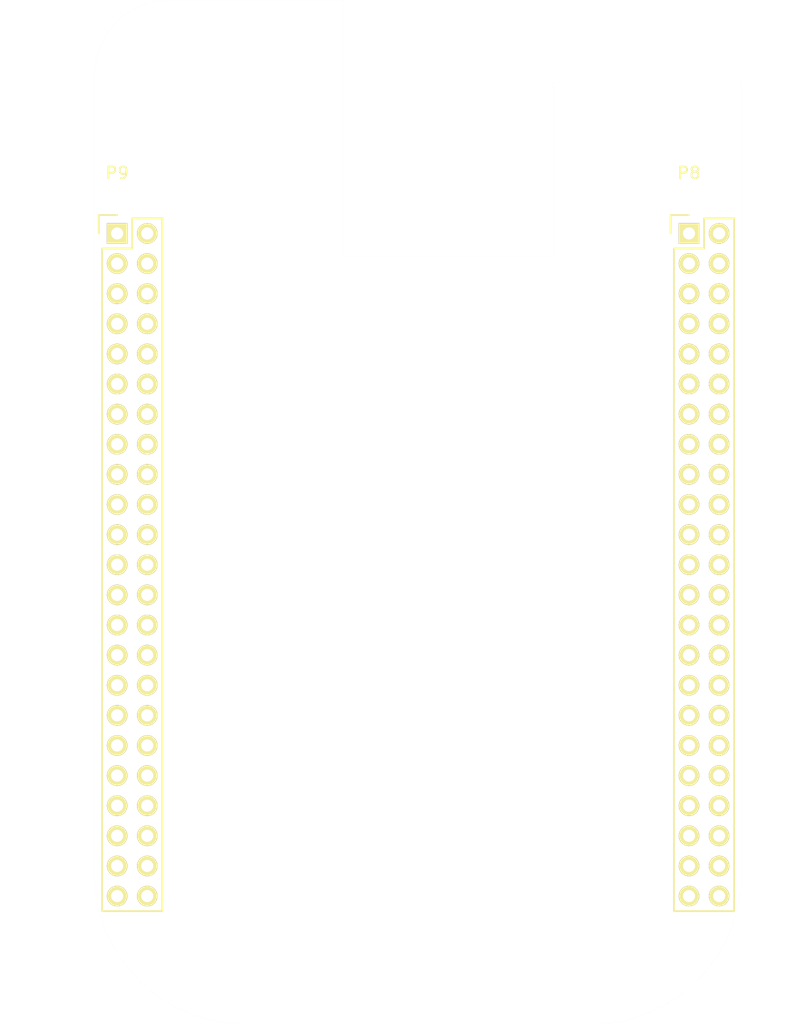
<source format=kicad_pcb>
(kicad_pcb (version 20171130) (host pcbnew "(5.1.6)-1")

  (general
    (thickness 1.6)
    (drawings 11)
    (tracks 0)
    (zones 0)
    (modules 2)
    (nets 83)
  )

  (page A4)
  (layers
    (0 F.Cu signal)
    (31 B.Cu signal)
    (32 B.Adhes user)
    (33 F.Adhes user)
    (34 B.Paste user)
    (35 F.Paste user)
    (36 B.SilkS user)
    (37 F.SilkS user)
    (38 B.Mask user)
    (39 F.Mask user)
    (40 Dwgs.User user)
    (41 Cmts.User user)
    (42 Eco1.User user)
    (43 Eco2.User user)
    (44 Edge.Cuts user)
    (45 Margin user)
    (46 B.CrtYd user)
    (47 F.CrtYd user)
    (48 B.Fab user)
    (49 F.Fab user)
  )

  (setup
    (last_trace_width 0.25)
    (trace_clearance 0.2)
    (zone_clearance 0.508)
    (zone_45_only no)
    (trace_min 0.2)
    (via_size 0.6)
    (via_drill 0.4)
    (via_min_size 0.4)
    (via_min_drill 0.3)
    (uvia_size 0.3)
    (uvia_drill 0.1)
    (uvias_allowed no)
    (uvia_min_size 0.2)
    (uvia_min_drill 0.1)
    (edge_width 0.00254)
    (segment_width 0.2)
    (pcb_text_width 0.3)
    (pcb_text_size 1.5 1.5)
    (mod_edge_width 0.15)
    (mod_text_size 1 1)
    (mod_text_width 0.15)
    (pad_size 1.7272 1.7272)
    (pad_drill 1.016)
    (pad_to_mask_clearance 0)
    (aux_axis_origin 0 0)
    (grid_origin 116.3701 62.3824)
    (visible_elements 7FFFFFFF)
    (pcbplotparams
      (layerselection 0x01030_80000001)
      (usegerberextensions false)
      (usegerberattributes true)
      (usegerberadvancedattributes true)
      (creategerberjobfile true)
      (excludeedgelayer true)
      (linewidth 0.100000)
      (plotframeref false)
      (viasonmask false)
      (mode 1)
      (useauxorigin false)
      (hpglpennumber 1)
      (hpglpenspeed 20)
      (hpglpendiameter 15.000000)
      (psnegative false)
      (psa4output false)
      (plotreference true)
      (plotvalue true)
      (plotinvisibletext false)
      (padsonsilk false)
      (subtractmaskfromsilk false)
      (outputformat 4)
      (mirror false)
      (drillshape 0)
      (scaleselection 1)
      (outputdirectory ""))
  )

  (net 0 "")
  (net 1 "Net-(P8-Pad3)")
  (net 2 "Net-(P8-Pad4)")
  (net 3 "Net-(P8-Pad5)")
  (net 4 "Net-(P8-Pad6)")
  (net 5 "Net-(P8-Pad7)")
  (net 6 "Net-(P8-Pad8)")
  (net 7 "Net-(P8-Pad9)")
  (net 8 "Net-(P8-Pad10)")
  (net 9 "Net-(P8-Pad11)")
  (net 10 "Net-(P8-Pad12)")
  (net 11 "Net-(P8-Pad13)")
  (net 12 "Net-(P8-Pad14)")
  (net 13 "Net-(P8-Pad15)")
  (net 14 "Net-(P8-Pad16)")
  (net 15 "Net-(P8-Pad17)")
  (net 16 "Net-(P8-Pad18)")
  (net 17 "Net-(P8-Pad19)")
  (net 18 "Net-(P8-Pad20)")
  (net 19 "Net-(P8-Pad21)")
  (net 20 "Net-(P8-Pad22)")
  (net 21 "Net-(P8-Pad23)")
  (net 22 "Net-(P8-Pad24)")
  (net 23 "Net-(P8-Pad25)")
  (net 24 "Net-(P8-Pad26)")
  (net 25 "Net-(P8-Pad27)")
  (net 26 "Net-(P8-Pad28)")
  (net 27 "Net-(P8-Pad29)")
  (net 28 "Net-(P8-Pad30)")
  (net 29 "Net-(P8-Pad31)")
  (net 30 "Net-(P8-Pad32)")
  (net 31 "Net-(P8-Pad33)")
  (net 32 "Net-(P8-Pad34)")
  (net 33 "Net-(P8-Pad35)")
  (net 34 "Net-(P8-Pad36)")
  (net 35 "Net-(P8-Pad37)")
  (net 36 "Net-(P8-Pad38)")
  (net 37 "Net-(P8-Pad39)")
  (net 38 "Net-(P8-Pad40)")
  (net 39 "Net-(P8-Pad41)")
  (net 40 "Net-(P8-Pad42)")
  (net 41 "Net-(P8-Pad43)")
  (net 42 "Net-(P8-Pad44)")
  (net 43 "Net-(P8-Pad45)")
  (net 44 "Net-(P8-Pad46)")
  (net 45 "Net-(P9-Pad11)")
  (net 46 "Net-(P9-Pad12)")
  (net 47 "Net-(P9-Pad13)")
  (net 48 "Net-(P9-Pad14)")
  (net 49 "Net-(P9-Pad15)")
  (net 50 "Net-(P9-Pad16)")
  (net 51 "Net-(P9-Pad17)")
  (net 52 "Net-(P9-Pad18)")
  (net 53 "Net-(P9-Pad19)")
  (net 54 "Net-(P9-Pad20)")
  (net 55 "Net-(P9-Pad21)")
  (net 56 "Net-(P9-Pad22)")
  (net 57 "Net-(P9-Pad23)")
  (net 58 "Net-(P9-Pad24)")
  (net 59 "Net-(P9-Pad25)")
  (net 60 "Net-(P9-Pad26)")
  (net 61 "Net-(P9-Pad27)")
  (net 62 "Net-(P9-Pad28)")
  (net 63 "Net-(P9-Pad29)")
  (net 64 "Net-(P9-Pad30)")
  (net 65 "Net-(P9-Pad31)")
  (net 66 "Net-(P9-Pad33)")
  (net 67 "Net-(P9-Pad35)")
  (net 68 "Net-(P9-Pad36)")
  (net 69 "Net-(P9-Pad37)")
  (net 70 "Net-(P9-Pad38)")
  (net 71 "Net-(P9-Pad39)")
  (net 72 "Net-(P9-Pad40)")
  (net 73 "Net-(P9-Pad41)")
  (net 74 "Net-(P9-Pad42)")
  (net 75 GNDD)
  (net 76 +3V3)
  (net 77 +5V)
  (net 78 SYS_5V)
  (net 79 PWR_BUT)
  (net 80 SYS_RESETN)
  (net 81 VDD_ADC)
  (net 82 GNDA_ADC)

  (net_class Default "To jest domyślna klasa połączeń."
    (clearance 0.2)
    (trace_width 0.25)
    (via_dia 0.6)
    (via_drill 0.4)
    (uvia_dia 0.3)
    (uvia_drill 0.1)
    (add_net +3V3)
    (add_net +5V)
    (add_net GNDA_ADC)
    (add_net GNDD)
    (add_net "Net-(P8-Pad10)")
    (add_net "Net-(P8-Pad11)")
    (add_net "Net-(P8-Pad12)")
    (add_net "Net-(P8-Pad13)")
    (add_net "Net-(P8-Pad14)")
    (add_net "Net-(P8-Pad15)")
    (add_net "Net-(P8-Pad16)")
    (add_net "Net-(P8-Pad17)")
    (add_net "Net-(P8-Pad18)")
    (add_net "Net-(P8-Pad19)")
    (add_net "Net-(P8-Pad20)")
    (add_net "Net-(P8-Pad21)")
    (add_net "Net-(P8-Pad22)")
    (add_net "Net-(P8-Pad23)")
    (add_net "Net-(P8-Pad24)")
    (add_net "Net-(P8-Pad25)")
    (add_net "Net-(P8-Pad26)")
    (add_net "Net-(P8-Pad27)")
    (add_net "Net-(P8-Pad28)")
    (add_net "Net-(P8-Pad29)")
    (add_net "Net-(P8-Pad3)")
    (add_net "Net-(P8-Pad30)")
    (add_net "Net-(P8-Pad31)")
    (add_net "Net-(P8-Pad32)")
    (add_net "Net-(P8-Pad33)")
    (add_net "Net-(P8-Pad34)")
    (add_net "Net-(P8-Pad35)")
    (add_net "Net-(P8-Pad36)")
    (add_net "Net-(P8-Pad37)")
    (add_net "Net-(P8-Pad38)")
    (add_net "Net-(P8-Pad39)")
    (add_net "Net-(P8-Pad4)")
    (add_net "Net-(P8-Pad40)")
    (add_net "Net-(P8-Pad41)")
    (add_net "Net-(P8-Pad42)")
    (add_net "Net-(P8-Pad43)")
    (add_net "Net-(P8-Pad44)")
    (add_net "Net-(P8-Pad45)")
    (add_net "Net-(P8-Pad46)")
    (add_net "Net-(P8-Pad5)")
    (add_net "Net-(P8-Pad6)")
    (add_net "Net-(P8-Pad7)")
    (add_net "Net-(P8-Pad8)")
    (add_net "Net-(P8-Pad9)")
    (add_net "Net-(P9-Pad11)")
    (add_net "Net-(P9-Pad12)")
    (add_net "Net-(P9-Pad13)")
    (add_net "Net-(P9-Pad14)")
    (add_net "Net-(P9-Pad15)")
    (add_net "Net-(P9-Pad16)")
    (add_net "Net-(P9-Pad17)")
    (add_net "Net-(P9-Pad18)")
    (add_net "Net-(P9-Pad19)")
    (add_net "Net-(P9-Pad20)")
    (add_net "Net-(P9-Pad21)")
    (add_net "Net-(P9-Pad22)")
    (add_net "Net-(P9-Pad23)")
    (add_net "Net-(P9-Pad24)")
    (add_net "Net-(P9-Pad25)")
    (add_net "Net-(P9-Pad26)")
    (add_net "Net-(P9-Pad27)")
    (add_net "Net-(P9-Pad28)")
    (add_net "Net-(P9-Pad29)")
    (add_net "Net-(P9-Pad30)")
    (add_net "Net-(P9-Pad31)")
    (add_net "Net-(P9-Pad33)")
    (add_net "Net-(P9-Pad35)")
    (add_net "Net-(P9-Pad36)")
    (add_net "Net-(P9-Pad37)")
    (add_net "Net-(P9-Pad38)")
    (add_net "Net-(P9-Pad39)")
    (add_net "Net-(P9-Pad40)")
    (add_net "Net-(P9-Pad41)")
    (add_net "Net-(P9-Pad42)")
    (add_net PWR_BUT)
    (add_net SYS_5V)
    (add_net SYS_RESETN)
    (add_net VDD_ADC)
  )

  (module Socket_BeagleBone_Black:Socket_BeagleBone_Black (layer F.Cu) (tedit 55DF76F9) (tstamp 55DF7717)
    (at 164.6301 62.3824)
    (descr "Through hole pin header")
    (tags "pin header")
    (path /55DF7DE1)
    (fp_text reference P8 (at 0 -5.1) (layer F.SilkS)
      (effects (font (size 1 1) (thickness 0.15)))
    )
    (fp_text value BeagleBone_Black_Header (at 0 -3.1) (layer F.Fab)
      (effects (font (size 1 1) (thickness 0.15)))
    )
    (fp_line (start -1.55 -1.55) (end -1.55 0) (layer F.SilkS) (width 0.15))
    (fp_line (start 1.27 1.27) (end -1.27 1.27) (layer F.SilkS) (width 0.15))
    (fp_line (start 1.27 -1.27) (end 1.27 1.27) (layer F.SilkS) (width 0.15))
    (fp_line (start 0 -1.55) (end -1.55 -1.55) (layer F.SilkS) (width 0.15))
    (fp_line (start 3.81 -1.27) (end 1.27 -1.27) (layer F.SilkS) (width 0.15))
    (fp_line (start 3.81 57.15) (end -1.27 57.15) (layer F.SilkS) (width 0.15))
    (fp_line (start -1.27 57.15) (end -1.27 1.27) (layer F.SilkS) (width 0.15))
    (fp_line (start 3.81 57.15) (end 3.81 -1.27) (layer F.SilkS) (width 0.15))
    (fp_line (start -1.75 57.65) (end 4.3 57.65) (layer F.CrtYd) (width 0.05))
    (fp_line (start -1.75 -1.75) (end 4.3 -1.75) (layer F.CrtYd) (width 0.05))
    (fp_line (start 4.3 -1.75) (end 4.3 57.65) (layer F.CrtYd) (width 0.05))
    (fp_line (start -1.75 -1.75) (end -1.75 57.65) (layer F.CrtYd) (width 0.05))
    (pad 1 thru_hole rect (at 0 0) (size 1.7272 1.7272) (drill 1.016) (layers *.Cu *.Mask F.SilkS)
      (net 75 GNDD))
    (pad 2 thru_hole oval (at 2.54 0) (size 1.7272 1.7272) (drill 1.016) (layers *.Cu *.Mask F.SilkS)
      (net 75 GNDD))
    (pad 3 thru_hole oval (at 0 2.54) (size 1.7272 1.7272) (drill 1.016) (layers *.Cu *.Mask F.SilkS)
      (net 1 "Net-(P8-Pad3)"))
    (pad 4 thru_hole oval (at 2.54 2.54) (size 1.7272 1.7272) (drill 1.016) (layers *.Cu *.Mask F.SilkS)
      (net 2 "Net-(P8-Pad4)"))
    (pad 5 thru_hole oval (at 0 5.08) (size 1.7272 1.7272) (drill 1.016) (layers *.Cu *.Mask F.SilkS)
      (net 3 "Net-(P8-Pad5)"))
    (pad 6 thru_hole oval (at 2.54 5.08) (size 1.7272 1.7272) (drill 1.016) (layers *.Cu *.Mask F.SilkS)
      (net 4 "Net-(P8-Pad6)"))
    (pad 7 thru_hole oval (at 0 7.62) (size 1.7272 1.7272) (drill 1.016) (layers *.Cu *.Mask F.SilkS)
      (net 5 "Net-(P8-Pad7)"))
    (pad 8 thru_hole oval (at 2.54 7.62) (size 1.7272 1.7272) (drill 1.016) (layers *.Cu *.Mask F.SilkS)
      (net 6 "Net-(P8-Pad8)"))
    (pad 9 thru_hole oval (at 0 10.16) (size 1.7272 1.7272) (drill 1.016) (layers *.Cu *.Mask F.SilkS)
      (net 7 "Net-(P8-Pad9)"))
    (pad 10 thru_hole oval (at 2.54 10.16) (size 1.7272 1.7272) (drill 1.016) (layers *.Cu *.Mask F.SilkS)
      (net 8 "Net-(P8-Pad10)"))
    (pad 11 thru_hole oval (at 0 12.7) (size 1.7272 1.7272) (drill 1.016) (layers *.Cu *.Mask F.SilkS)
      (net 9 "Net-(P8-Pad11)"))
    (pad 12 thru_hole oval (at 2.54 12.7) (size 1.7272 1.7272) (drill 1.016) (layers *.Cu *.Mask F.SilkS)
      (net 10 "Net-(P8-Pad12)"))
    (pad 13 thru_hole oval (at 0 15.24) (size 1.7272 1.7272) (drill 1.016) (layers *.Cu *.Mask F.SilkS)
      (net 11 "Net-(P8-Pad13)"))
    (pad 14 thru_hole oval (at 2.54 15.24) (size 1.7272 1.7272) (drill 1.016) (layers *.Cu *.Mask F.SilkS)
      (net 12 "Net-(P8-Pad14)"))
    (pad 15 thru_hole oval (at 0 17.78) (size 1.7272 1.7272) (drill 1.016) (layers *.Cu *.Mask F.SilkS)
      (net 13 "Net-(P8-Pad15)"))
    (pad 16 thru_hole oval (at 2.54 17.78) (size 1.7272 1.7272) (drill 1.016) (layers *.Cu *.Mask F.SilkS)
      (net 14 "Net-(P8-Pad16)"))
    (pad 17 thru_hole oval (at 0 20.32) (size 1.7272 1.7272) (drill 1.016) (layers *.Cu *.Mask F.SilkS)
      (net 15 "Net-(P8-Pad17)"))
    (pad 18 thru_hole oval (at 2.54 20.32) (size 1.7272 1.7272) (drill 1.016) (layers *.Cu *.Mask F.SilkS)
      (net 16 "Net-(P8-Pad18)"))
    (pad 19 thru_hole oval (at 0 22.86) (size 1.7272 1.7272) (drill 1.016) (layers *.Cu *.Mask F.SilkS)
      (net 17 "Net-(P8-Pad19)"))
    (pad 20 thru_hole oval (at 2.54 22.86) (size 1.7272 1.7272) (drill 1.016) (layers *.Cu *.Mask F.SilkS)
      (net 18 "Net-(P8-Pad20)"))
    (pad 21 thru_hole oval (at 0 25.4) (size 1.7272 1.7272) (drill 1.016) (layers *.Cu *.Mask F.SilkS)
      (net 19 "Net-(P8-Pad21)"))
    (pad 22 thru_hole oval (at 2.54 25.4) (size 1.7272 1.7272) (drill 1.016) (layers *.Cu *.Mask F.SilkS)
      (net 20 "Net-(P8-Pad22)"))
    (pad 23 thru_hole oval (at 0 27.94) (size 1.7272 1.7272) (drill 1.016) (layers *.Cu *.Mask F.SilkS)
      (net 21 "Net-(P8-Pad23)"))
    (pad 24 thru_hole oval (at 2.54 27.94) (size 1.7272 1.7272) (drill 1.016) (layers *.Cu *.Mask F.SilkS)
      (net 22 "Net-(P8-Pad24)"))
    (pad 25 thru_hole oval (at 0 30.48) (size 1.7272 1.7272) (drill 1.016) (layers *.Cu *.Mask F.SilkS)
      (net 23 "Net-(P8-Pad25)"))
    (pad 26 thru_hole oval (at 2.54 30.48) (size 1.7272 1.7272) (drill 1.016) (layers *.Cu *.Mask F.SilkS)
      (net 24 "Net-(P8-Pad26)"))
    (pad 27 thru_hole oval (at 0 33.02) (size 1.7272 1.7272) (drill 1.016) (layers *.Cu *.Mask F.SilkS)
      (net 25 "Net-(P8-Pad27)"))
    (pad 28 thru_hole oval (at 2.54 33.02) (size 1.7272 1.7272) (drill 1.016) (layers *.Cu *.Mask F.SilkS)
      (net 26 "Net-(P8-Pad28)"))
    (pad 29 thru_hole oval (at 0 35.56) (size 1.7272 1.7272) (drill 1.016) (layers *.Cu *.Mask F.SilkS)
      (net 27 "Net-(P8-Pad29)"))
    (pad 30 thru_hole oval (at 2.54 35.56) (size 1.7272 1.7272) (drill 1.016) (layers *.Cu *.Mask F.SilkS)
      (net 28 "Net-(P8-Pad30)"))
    (pad 31 thru_hole oval (at 0 38.1) (size 1.7272 1.7272) (drill 1.016) (layers *.Cu *.Mask F.SilkS)
      (net 29 "Net-(P8-Pad31)"))
    (pad 32 thru_hole oval (at 2.54 38.1) (size 1.7272 1.7272) (drill 1.016) (layers *.Cu *.Mask F.SilkS)
      (net 30 "Net-(P8-Pad32)"))
    (pad 33 thru_hole oval (at 0 40.64) (size 1.7272 1.7272) (drill 1.016) (layers *.Cu *.Mask F.SilkS)
      (net 31 "Net-(P8-Pad33)"))
    (pad 34 thru_hole oval (at 2.54 40.64) (size 1.7272 1.7272) (drill 1.016) (layers *.Cu *.Mask F.SilkS)
      (net 32 "Net-(P8-Pad34)"))
    (pad 35 thru_hole oval (at 0 43.18) (size 1.7272 1.7272) (drill 1.016) (layers *.Cu *.Mask F.SilkS)
      (net 33 "Net-(P8-Pad35)"))
    (pad 36 thru_hole oval (at 2.54 43.18) (size 1.7272 1.7272) (drill 1.016) (layers *.Cu *.Mask F.SilkS)
      (net 34 "Net-(P8-Pad36)"))
    (pad 37 thru_hole oval (at 0 45.72) (size 1.7272 1.7272) (drill 1.016) (layers *.Cu *.Mask F.SilkS)
      (net 35 "Net-(P8-Pad37)"))
    (pad 38 thru_hole oval (at 2.54 45.72) (size 1.7272 1.7272) (drill 1.016) (layers *.Cu *.Mask F.SilkS)
      (net 36 "Net-(P8-Pad38)"))
    (pad 39 thru_hole oval (at 0 48.26) (size 1.7272 1.7272) (drill 1.016) (layers *.Cu *.Mask F.SilkS)
      (net 37 "Net-(P8-Pad39)"))
    (pad 40 thru_hole oval (at 2.54 48.26) (size 1.7272 1.7272) (drill 1.016) (layers *.Cu *.Mask F.SilkS)
      (net 38 "Net-(P8-Pad40)"))
    (pad 41 thru_hole oval (at 0 50.8) (size 1.7272 1.7272) (drill 1.016) (layers *.Cu *.Mask F.SilkS)
      (net 39 "Net-(P8-Pad41)"))
    (pad 42 thru_hole oval (at 2.54 50.8) (size 1.7272 1.7272) (drill 1.016) (layers *.Cu *.Mask F.SilkS)
      (net 40 "Net-(P8-Pad42)"))
    (pad 43 thru_hole oval (at 0 53.34) (size 1.7272 1.7272) (drill 1.016) (layers *.Cu *.Mask F.SilkS)
      (net 41 "Net-(P8-Pad43)"))
    (pad 44 thru_hole oval (at 2.54 53.34) (size 1.7272 1.7272) (drill 1.016) (layers *.Cu *.Mask F.SilkS)
      (net 42 "Net-(P8-Pad44)"))
    (pad 45 thru_hole oval (at 0 55.88) (size 1.7272 1.7272) (drill 1.016) (layers *.Cu *.Mask F.SilkS)
      (net 43 "Net-(P8-Pad45)"))
    (pad 46 thru_hole oval (at 2.54 55.88) (size 1.7272 1.7272) (drill 1.016) (layers *.Cu *.Mask F.SilkS)
      (net 44 "Net-(P8-Pad46)"))
    (model ${KIPRJMOD}/Socket_BeagleBone_Black.3dshapes/Socket_BeagleBone_Black.wrl
      (offset (xyz 1.269999980926514 -27.9399995803833 0))
      (scale (xyz 1 1 1))
      (rotate (xyz 0 0 90))
    )
  )

  (module Socket_BeagleBone_Black:Socket_BeagleBone_Black (layer F.Cu) (tedit 0) (tstamp 55DF7748)
    (at 116.3701 62.3824)
    (descr "Through hole pin header")
    (tags "pin header")
    (path /55DF7DBA)
    (fp_text reference P9 (at 0 -5.1) (layer F.SilkS)
      (effects (font (size 1 1) (thickness 0.15)))
    )
    (fp_text value BeagleBone_Black_Header (at 0 -3.1) (layer F.Fab)
      (effects (font (size 1 1) (thickness 0.15)))
    )
    (fp_line (start -1.55 -1.55) (end -1.55 0) (layer F.SilkS) (width 0.15))
    (fp_line (start 1.27 1.27) (end -1.27 1.27) (layer F.SilkS) (width 0.15))
    (fp_line (start 1.27 -1.27) (end 1.27 1.27) (layer F.SilkS) (width 0.15))
    (fp_line (start 0 -1.55) (end -1.55 -1.55) (layer F.SilkS) (width 0.15))
    (fp_line (start 3.81 -1.27) (end 1.27 -1.27) (layer F.SilkS) (width 0.15))
    (fp_line (start 3.81 57.15) (end -1.27 57.15) (layer F.SilkS) (width 0.15))
    (fp_line (start -1.27 57.15) (end -1.27 1.27) (layer F.SilkS) (width 0.15))
    (fp_line (start 3.81 57.15) (end 3.81 -1.27) (layer F.SilkS) (width 0.15))
    (fp_line (start -1.75 57.65) (end 4.3 57.65) (layer F.CrtYd) (width 0.05))
    (fp_line (start -1.75 -1.75) (end 4.3 -1.75) (layer F.CrtYd) (width 0.05))
    (fp_line (start 4.3 -1.75) (end 4.3 57.65) (layer F.CrtYd) (width 0.05))
    (fp_line (start -1.75 -1.75) (end -1.75 57.65) (layer F.CrtYd) (width 0.05))
    (pad 1 thru_hole rect (at 0 0) (size 1.7272 1.7272) (drill 1.016) (layers *.Cu *.Mask F.SilkS)
      (net 75 GNDD))
    (pad 2 thru_hole oval (at 2.54 0) (size 1.7272 1.7272) (drill 1.016) (layers *.Cu *.Mask F.SilkS)
      (net 75 GNDD))
    (pad 3 thru_hole oval (at 0 2.54) (size 1.7272 1.7272) (drill 1.016) (layers *.Cu *.Mask F.SilkS)
      (net 76 +3V3))
    (pad 4 thru_hole oval (at 2.54 2.54) (size 1.7272 1.7272) (drill 1.016) (layers *.Cu *.Mask F.SilkS)
      (net 76 +3V3))
    (pad 5 thru_hole oval (at 0 5.08) (size 1.7272 1.7272) (drill 1.016) (layers *.Cu *.Mask F.SilkS)
      (net 77 +5V))
    (pad 6 thru_hole oval (at 2.54 5.08) (size 1.7272 1.7272) (drill 1.016) (layers *.Cu *.Mask F.SilkS)
      (net 77 +5V))
    (pad 7 thru_hole oval (at 0 7.62) (size 1.7272 1.7272) (drill 1.016) (layers *.Cu *.Mask F.SilkS)
      (net 78 SYS_5V))
    (pad 8 thru_hole oval (at 2.54 7.62) (size 1.7272 1.7272) (drill 1.016) (layers *.Cu *.Mask F.SilkS)
      (net 78 SYS_5V))
    (pad 9 thru_hole oval (at 0 10.16) (size 1.7272 1.7272) (drill 1.016) (layers *.Cu *.Mask F.SilkS)
      (net 79 PWR_BUT))
    (pad 10 thru_hole oval (at 2.54 10.16) (size 1.7272 1.7272) (drill 1.016) (layers *.Cu *.Mask F.SilkS)
      (net 80 SYS_RESETN))
    (pad 11 thru_hole oval (at 0 12.7) (size 1.7272 1.7272) (drill 1.016) (layers *.Cu *.Mask F.SilkS)
      (net 45 "Net-(P9-Pad11)"))
    (pad 12 thru_hole oval (at 2.54 12.7) (size 1.7272 1.7272) (drill 1.016) (layers *.Cu *.Mask F.SilkS)
      (net 46 "Net-(P9-Pad12)"))
    (pad 13 thru_hole oval (at 0 15.24) (size 1.7272 1.7272) (drill 1.016) (layers *.Cu *.Mask F.SilkS)
      (net 47 "Net-(P9-Pad13)"))
    (pad 14 thru_hole oval (at 2.54 15.24) (size 1.7272 1.7272) (drill 1.016) (layers *.Cu *.Mask F.SilkS)
      (net 48 "Net-(P9-Pad14)"))
    (pad 15 thru_hole oval (at 0 17.78) (size 1.7272 1.7272) (drill 1.016) (layers *.Cu *.Mask F.SilkS)
      (net 49 "Net-(P9-Pad15)"))
    (pad 16 thru_hole oval (at 2.54 17.78) (size 1.7272 1.7272) (drill 1.016) (layers *.Cu *.Mask F.SilkS)
      (net 50 "Net-(P9-Pad16)"))
    (pad 17 thru_hole oval (at 0 20.32) (size 1.7272 1.7272) (drill 1.016) (layers *.Cu *.Mask F.SilkS)
      (net 51 "Net-(P9-Pad17)"))
    (pad 18 thru_hole oval (at 2.54 20.32) (size 1.7272 1.7272) (drill 1.016) (layers *.Cu *.Mask F.SilkS)
      (net 52 "Net-(P9-Pad18)"))
    (pad 19 thru_hole oval (at 0 22.86) (size 1.7272 1.7272) (drill 1.016) (layers *.Cu *.Mask F.SilkS)
      (net 53 "Net-(P9-Pad19)"))
    (pad 20 thru_hole oval (at 2.54 22.86) (size 1.7272 1.7272) (drill 1.016) (layers *.Cu *.Mask F.SilkS)
      (net 54 "Net-(P9-Pad20)"))
    (pad 21 thru_hole oval (at 0 25.4) (size 1.7272 1.7272) (drill 1.016) (layers *.Cu *.Mask F.SilkS)
      (net 55 "Net-(P9-Pad21)"))
    (pad 22 thru_hole oval (at 2.54 25.4) (size 1.7272 1.7272) (drill 1.016) (layers *.Cu *.Mask F.SilkS)
      (net 56 "Net-(P9-Pad22)"))
    (pad 23 thru_hole oval (at 0 27.94) (size 1.7272 1.7272) (drill 1.016) (layers *.Cu *.Mask F.SilkS)
      (net 57 "Net-(P9-Pad23)"))
    (pad 24 thru_hole oval (at 2.54 27.94) (size 1.7272 1.7272) (drill 1.016) (layers *.Cu *.Mask F.SilkS)
      (net 58 "Net-(P9-Pad24)"))
    (pad 25 thru_hole oval (at 0 30.48) (size 1.7272 1.7272) (drill 1.016) (layers *.Cu *.Mask F.SilkS)
      (net 59 "Net-(P9-Pad25)"))
    (pad 26 thru_hole oval (at 2.54 30.48) (size 1.7272 1.7272) (drill 1.016) (layers *.Cu *.Mask F.SilkS)
      (net 60 "Net-(P9-Pad26)"))
    (pad 27 thru_hole oval (at 0 33.02) (size 1.7272 1.7272) (drill 1.016) (layers *.Cu *.Mask F.SilkS)
      (net 61 "Net-(P9-Pad27)"))
    (pad 28 thru_hole oval (at 2.54 33.02) (size 1.7272 1.7272) (drill 1.016) (layers *.Cu *.Mask F.SilkS)
      (net 62 "Net-(P9-Pad28)"))
    (pad 29 thru_hole oval (at 0 35.56) (size 1.7272 1.7272) (drill 1.016) (layers *.Cu *.Mask F.SilkS)
      (net 63 "Net-(P9-Pad29)"))
    (pad 30 thru_hole oval (at 2.54 35.56) (size 1.7272 1.7272) (drill 1.016) (layers *.Cu *.Mask F.SilkS)
      (net 64 "Net-(P9-Pad30)"))
    (pad 31 thru_hole oval (at 0 38.1) (size 1.7272 1.7272) (drill 1.016) (layers *.Cu *.Mask F.SilkS)
      (net 65 "Net-(P9-Pad31)"))
    (pad 32 thru_hole oval (at 2.54 38.1) (size 1.7272 1.7272) (drill 1.016) (layers *.Cu *.Mask F.SilkS)
      (net 81 VDD_ADC))
    (pad 33 thru_hole oval (at 0 40.64) (size 1.7272 1.7272) (drill 1.016) (layers *.Cu *.Mask F.SilkS)
      (net 66 "Net-(P9-Pad33)"))
    (pad 34 thru_hole oval (at 2.54 40.64) (size 1.7272 1.7272) (drill 1.016) (layers *.Cu *.Mask F.SilkS)
      (net 82 GNDA_ADC))
    (pad 35 thru_hole oval (at 0 43.18) (size 1.7272 1.7272) (drill 1.016) (layers *.Cu *.Mask F.SilkS)
      (net 67 "Net-(P9-Pad35)"))
    (pad 36 thru_hole oval (at 2.54 43.18) (size 1.7272 1.7272) (drill 1.016) (layers *.Cu *.Mask F.SilkS)
      (net 68 "Net-(P9-Pad36)"))
    (pad 37 thru_hole oval (at 0 45.72) (size 1.7272 1.7272) (drill 1.016) (layers *.Cu *.Mask F.SilkS)
      (net 69 "Net-(P9-Pad37)"))
    (pad 38 thru_hole oval (at 2.54 45.72) (size 1.7272 1.7272) (drill 1.016) (layers *.Cu *.Mask F.SilkS)
      (net 70 "Net-(P9-Pad38)"))
    (pad 39 thru_hole oval (at 0 48.26) (size 1.7272 1.7272) (drill 1.016) (layers *.Cu *.Mask F.SilkS)
      (net 71 "Net-(P9-Pad39)"))
    (pad 40 thru_hole oval (at 2.54 48.26) (size 1.7272 1.7272) (drill 1.016) (layers *.Cu *.Mask F.SilkS)
      (net 72 "Net-(P9-Pad40)"))
    (pad 41 thru_hole oval (at 0 50.8) (size 1.7272 1.7272) (drill 1.016) (layers *.Cu *.Mask F.SilkS)
      (net 73 "Net-(P9-Pad41)"))
    (pad 42 thru_hole oval (at 2.54 50.8) (size 1.7272 1.7272) (drill 1.016) (layers *.Cu *.Mask F.SilkS)
      (net 74 "Net-(P9-Pad42)"))
    (pad 43 thru_hole oval (at 0 53.34) (size 1.7272 1.7272) (drill 1.016) (layers *.Cu *.Mask F.SilkS)
      (net 75 GNDD))
    (pad 44 thru_hole oval (at 2.54 53.34) (size 1.7272 1.7272) (drill 1.016) (layers *.Cu *.Mask F.SilkS)
      (net 75 GNDD))
    (pad 45 thru_hole oval (at 0 55.88) (size 1.7272 1.7272) (drill 1.016) (layers *.Cu *.Mask F.SilkS)
      (net 75 GNDD))
    (pad 46 thru_hole oval (at 2.54 55.88) (size 1.7272 1.7272) (drill 1.016) (layers *.Cu *.Mask F.SilkS)
      (net 75 GNDD))
    (model ${KIPRJMOD}/Socket_BeagleBone_Black.3dshapes/Socket_BeagleBone_Black.wrl
      (offset (xyz 1.269999980926514 -27.9399995803833 0))
      (scale (xyz 1 1 1))
      (rotate (xyz 0 0 90))
    )
  )

  (gr_line (start 127.1651 129.0574) (end 156.3751 129.0574) (layer Edge.Cuts) (width 0.00254))
  (gr_arc (start 156.3751 116.3574) (end 169.0751 116.3574) (angle 90) (layer Edge.Cuts) (width 0.00254))
  (gr_arc (start 127.1651 116.3574) (end 127.1651 129.0574) (angle 90) (layer Edge.Cuts) (width 0.00254))
  (gr_arc (start 120.8151 49.0474) (end 114.4651 49.0474) (angle 90) (layer Edge.Cuts) (width 0.00254))
  (gr_line (start 135.4201 42.6974) (end 120.8151 42.6974) (layer Edge.Cuts) (width 0.00254))
  (gr_line (start 135.4201 64.2874) (end 135.4201 42.6974) (layer Edge.Cuts) (width 0.00254))
  (gr_line (start 153.2001 64.2874) (end 135.4201 64.2874) (layer Edge.Cuts) (width 0.00254))
  (gr_line (start 153.2001 49.6824) (end 153.2001 64.2874) (layer Edge.Cuts) (width 0.00254))
  (gr_line (start 169.0751 49.6824) (end 153.2001 49.6824) (layer Edge.Cuts) (width 0.00254))
  (gr_line (start 169.0751 116.3574) (end 169.0751 49.6824) (layer Edge.Cuts) (width 0.00254))
  (gr_line (start 114.4651 49.0474) (end 114.4651 116.3574) (layer Edge.Cuts) (width 0.00254))

)

</source>
